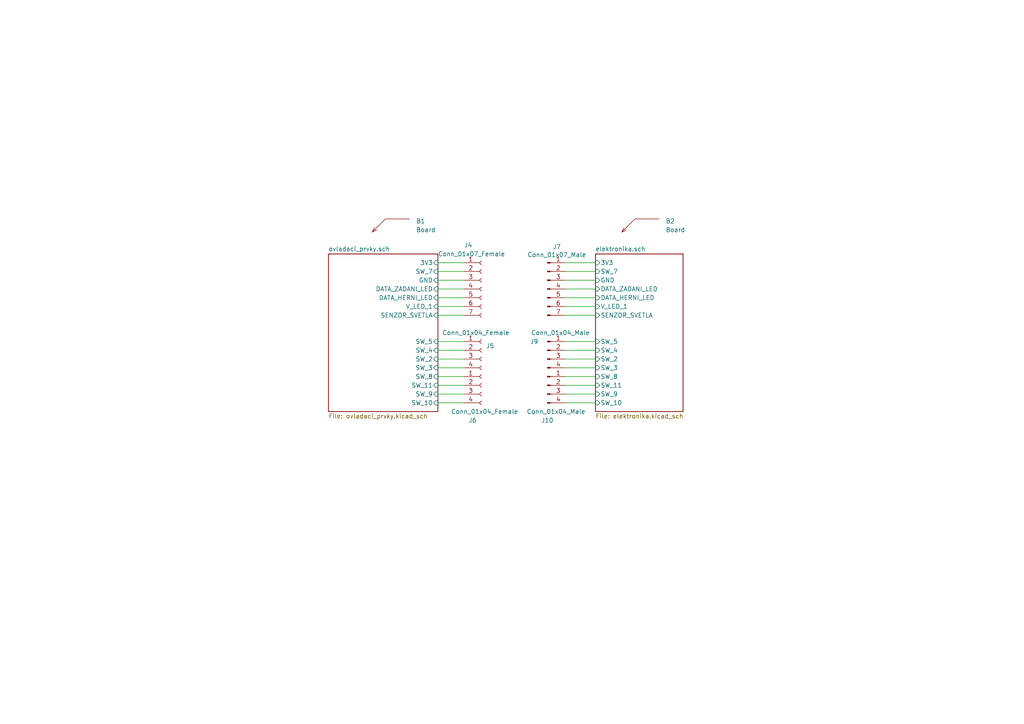
<source format=kicad_sch>
(kicad_sch (version 20211123) (generator eeschema)
  (paper "A4")
  (lib_symbols
    (symbol "Connector:Conn_01x04_Female" (pin_names (offset 1.016) hide)
      (property "Reference" "J" (at 0 5.08 0))
      (property "Value" "Conn_01x04_Female" (at 0 -7.62 0))
      (symbol "Conn_01x04_Female_1_1"
        (arc (start 0 -4.572) (mid -0.508 -5.08) (end 0 -5.588) (stroke (width 0.1524)))
        (arc (start 0 -2.032) (mid -0.508 -2.54) (end 0 -3.048) (stroke (width 0.1524)))
        (polyline (pts (xy -1.27 -5.08) (xy -0.508 -5.08)) (stroke (width 0.1524)))
        (polyline (pts (xy -1.27 -2.54) (xy -0.508 -2.54)) (stroke (width 0.1524)))
        (polyline (pts (xy -1.27 0) (xy -0.508 0)) (stroke (width 0.1524)))
        (polyline (pts (xy -1.27 2.54) (xy -0.508 2.54)) (stroke (width 0.1524)))
        (arc (start 0 0.508) (mid -0.508 0) (end 0 -0.508) (stroke (width 0.1524)))
        (arc (start 0 3.048) (mid -0.508 2.54) (end 0 2.032) (stroke (width 0.1524)))
        (pin passive line (at -5.08 2.54 0) (length 3.81) (name "Pin_1") (number "1"))
        (pin passive line (at -5.08 0 0) (length 3.81) (name "Pin_2") (number "2"))
        (pin passive line (at -5.08 -2.54 0) (length 3.81) (name "Pin_3") (number "3"))
        (pin passive line (at -5.08 -5.08 0) (length 3.81) (name "Pin_4") (number "4"))
      )
    )
    (symbol "Connector:Conn_01x04_Male" (pin_names (offset 1.016) hide)
      (property "Reference" "J" (at 0 5.08 0))
      (property "Value" "Conn_01x04_Male" (at 0 -7.62 0))
      (symbol "Conn_01x04_Male_1_1"
        (polyline (pts (xy 1.27 -5.08) (xy 0.8636 -5.08)) (stroke (width 0.1524)))
        (polyline (pts (xy 1.27 -2.54) (xy 0.8636 -2.54)) (stroke (width 0.1524)))
        (polyline (pts (xy 1.27 0) (xy 0.8636 0)) (stroke (width 0.1524)))
        (polyline (pts (xy 1.27 2.54) (xy 0.8636 2.54)) (stroke (width 0.1524)))
        (rectangle (start 0.8636 -4.953) (end 0 -5.207) (stroke (width 0.1524)) (fill (type outline)))
        (rectangle (start 0.8636 -2.413) (end 0 -2.667) (stroke (width 0.1524)) (fill (type outline)))
        (rectangle (start 0.8636 0.127) (end 0 -0.127) (stroke (width 0.1524)) (fill (type outline)))
        (rectangle (start 0.8636 2.667) (end 0 2.413) (stroke (width 0.1524)) (fill (type outline)))
        (pin passive line (at 5.08 2.54 180) (length 3.81) (name "Pin_1") (number "1"))
        (pin passive line (at 5.08 0 180) (length 3.81) (name "Pin_2") (number "2"))
        (pin passive line (at 5.08 -2.54 180) (length 3.81) (name "Pin_3") (number "3"))
        (pin passive line (at 5.08 -5.08 180) (length 3.81) (name "Pin_4") (number "4"))
      )
    )
    (symbol "Connector:Conn_01x07_Female" (pin_names (offset 1.016) hide)
      (property "Reference" "J" (at 0 10.16 0))
      (property "Value" "Conn_01x07_Female" (at 0 -10.16 0))
      (symbol "Conn_01x07_Female_1_1"
        (arc (start 0 -7.112) (mid -0.508 -7.62) (end 0 -8.128) (stroke (width 0.1524)))
        (arc (start 0 -4.572) (mid -0.508 -5.08) (end 0 -5.588) (stroke (width 0.1524)))
        (arc (start 0 -2.032) (mid -0.508 -2.54) (end 0 -3.048) (stroke (width 0.1524)))
        (polyline (pts (xy -1.27 -7.62) (xy -0.508 -7.62)) (stroke (width 0.1524)))
        (polyline (pts (xy -1.27 -5.08) (xy -0.508 -5.08)) (stroke (width 0.1524)))
        (polyline (pts (xy -1.27 -2.54) (xy -0.508 -2.54)) (stroke (width 0.1524)))
        (polyline (pts (xy -1.27 0) (xy -0.508 0)) (stroke (width 0.1524)))
        (polyline (pts (xy -1.27 2.54) (xy -0.508 2.54)) (stroke (width 0.1524)))
        (polyline (pts (xy -1.27 5.08) (xy -0.508 5.08)) (stroke (width 0.1524)))
        (polyline (pts (xy -1.27 7.62) (xy -0.508 7.62)) (stroke (width 0.1524)))
        (arc (start 0 0.508) (mid -0.508 0) (end 0 -0.508) (stroke (width 0.1524)))
        (arc (start 0 3.048) (mid -0.508 2.54) (end 0 2.032) (stroke (width 0.1524)))
        (arc (start 0 5.588) (mid -0.508 5.08) (end 0 4.572) (stroke (width 0.1524)))
        (arc (start 0 8.128) (mid -0.508 7.62) (end 0 7.112) (stroke (width 0.1524)))
        (pin passive line (at -5.08 7.62 0) (length 3.81) (name "Pin_1") (number "1"))
        (pin passive line (at -5.08 5.08 0) (length 3.81) (name "Pin_2") (number "2"))
        (pin passive line (at -5.08 2.54 0) (length 3.81) (name "Pin_3") (number "3"))
        (pin passive line (at -5.08 0 0) (length 3.81) (name "Pin_4") (number "4"))
        (pin passive line (at -5.08 -2.54 0) (length 3.81) (name "Pin_5") (number "5"))
        (pin passive line (at -5.08 -5.08 0) (length 3.81) (name "Pin_6") (number "6"))
        (pin passive line (at -5.08 -7.62 0) (length 3.81) (name "Pin_7") (number "7"))
      )
    )
    (symbol "Connector:Conn_01x07_Male" (pin_names (offset 1.016) hide)
      (property "Reference" "J" (at 0 10.16 0))
      (property "Value" "Conn_01x07_Male" (at 0 -10.16 0))
      (symbol "Conn_01x07_Male_1_1"
        (polyline (pts (xy 1.27 -7.62) (xy 0.8636 -7.62)) (stroke (width 0.1524)))
        (polyline (pts (xy 1.27 -5.08) (xy 0.8636 -5.08)) (stroke (width 0.1524)))
        (polyline (pts (xy 1.27 -2.54) (xy 0.8636 -2.54)) (stroke (width 0.1524)))
        (polyline (pts (xy 1.27 0) (xy 0.8636 0)) (stroke (width 0.1524)))
        (polyline (pts (xy 1.27 2.54) (xy 0.8636 2.54)) (stroke (width 0.1524)))
        (polyline (pts (xy 1.27 5.08) (xy 0.8636 5.08)) (stroke (width 0.1524)))
        (polyline (pts (xy 1.27 7.62) (xy 0.8636 7.62)) (stroke (width 0.1524)))
        (rectangle (start 0.8636 -7.493) (end 0 -7.747) (stroke (width 0.1524)) (fill (type outline)))
        (rectangle (start 0.8636 -4.953) (end 0 -5.207) (stroke (width 0.1524)) (fill (type outline)))
        (rectangle (start 0.8636 -2.413) (end 0 -2.667) (stroke (width 0.1524)) (fill (type outline)))
        (rectangle (start 0.8636 0.127) (end 0 -0.127) (stroke (width 0.1524)) (fill (type outline)))
        (rectangle (start 0.8636 2.667) (end 0 2.413) (stroke (width 0.1524)) (fill (type outline)))
        (rectangle (start 0.8636 5.207) (end 0 4.953) (stroke (width 0.1524)) (fill (type outline)))
        (rectangle (start 0.8636 7.747) (end 0 7.493) (stroke (width 0.1524)) (fill (type outline)))
        (pin passive line (at 5.08 7.62 180) (length 3.81) (name "Pin_1") (number "1"))
        (pin passive line (at 5.08 5.08 180) (length 3.81) (name "Pin_2") (number "2"))
        (pin passive line (at 5.08 2.54 180) (length 3.81) (name "Pin_3") (number "3"))
        (pin passive line (at 5.08 0 180) (length 3.81) (name "Pin_4") (number "4"))
        (pin passive line (at 5.08 -2.54 180) (length 3.81) (name "Pin_5") (number "5"))
        (pin passive line (at 5.08 -5.08 180) (length 3.81) (name "Pin_6") (number "6"))
        (pin passive line (at 5.08 -7.62 180) (length 3.81) (name "Pin_7") (number "7"))
      )
    )
    (symbol "kikit:Board" (in_bom no)
      (property "Reference" "B" (at 5.08 5.08 0))
      (property "Value" "Board" (at 5.08 2.54 0))
      (symbol "Board_0_1"
        (polyline (pts (xy 0 0) (xy 3.81 3.81) (xy 10.795 3.81)) (stroke (width 0.1524)))
        (polyline (pts (xy 0.635 1.27) (xy 0 0) (xy 1.27 0.635)) (stroke (width 0.1524)))
      )
    )
  )
  (wire (pts (xy 127 83.82) (xy 134.62 83.82)))
  (wire (pts (xy 134.62 106.68) (xy 127 106.68)))
  (wire (pts (xy 163.83 109.22) (xy 172.72 109.22)))
  (wire (pts (xy 172.72 91.44) (xy 163.83 91.44)))
  (wire (pts (xy 172.72 116.84) (xy 163.83 116.84)))
  (wire (pts (xy 163.83 104.14) (xy 172.72 104.14)))
  (wire (pts (xy 163.83 78.74) (xy 172.72 78.74)))
  (wire (pts (xy 134.62 91.44) (xy 127 91.44)))
  (wire (pts (xy 127 109.22) (xy 134.62 109.22)))
  (wire (pts (xy 127 88.9) (xy 134.62 88.9)))
  (wire (pts (xy 163.83 99.06) (xy 172.72 99.06)))
  (wire (pts (xy 172.72 106.68) (xy 163.83 106.68)))
  (wire (pts (xy 172.72 83.82) (xy 163.83 83.82)))
  (wire (pts (xy 127 114.3) (xy 134.62 114.3)))
  (wire (pts (xy 163.83 81.28) (xy 172.72 81.28)))
  (wire (pts (xy 134.62 111.76) (xy 127 111.76)))
  (wire (pts (xy 134.62 81.28) (xy 127 81.28)))
  (wire (pts (xy 127 76.2) (xy 134.62 76.2)))
  (wire (pts (xy 172.72 88.9) (xy 163.83 88.9)))
  (wire (pts (xy 163.83 114.3) (xy 172.72 114.3)))
  (wire (pts (xy 134.62 116.84) (xy 127 116.84)))
  (wire (pts (xy 172.72 101.6) (xy 163.83 101.6)))
  (wire (pts (xy 127 78.74) (xy 134.62 78.74)))
  (wire (pts (xy 163.83 76.2) (xy 172.72 76.2)))
  (wire (pts (xy 134.62 86.36) (xy 127 86.36)))
  (wire (pts (xy 134.62 101.6) (xy 127 101.6)))
  (wire (pts (xy 163.83 86.36) (xy 172.72 86.36)))
  (wire (pts (xy 127 104.14) (xy 134.62 104.14)))
  (wire (pts (xy 134.62 99.06) (xy 127 99.06)))
  (wire (pts (xy 172.72 111.76) (xy 163.83 111.76)))
  (symbol (lib_id "Connector:Conn_01x04_Male") (at 158.75 111.76 0) (unit 1)
    (property "Reference" "J10" (at 158.75 121.92 0))
    (property "Value" "Conn_01x04_Male" (at 161.29 119.38 0))
    (property "Footprint" "Connector_PinHeader_2.54mm:PinHeader_1x04_P2.54mm_Vertical" (effects hide))
    (property "JLCPCB_CORRECTION" "0;0;0" (effects hide))
    (property "LCSC" "ručně" (effects hide))
  )
  (symbol (lib_id "Connector:Conn_01x04_Male") (at 158.75 101.6 0) (unit 1)
    (property "Reference" "J9" (at 154.94 99.06 0))
    (property "Value" "Conn_01x04_Male" (at 162.56 96.52 0))
    (property "Footprint" "Connector_PinHeader_2.54mm:PinHeader_1x04_P2.54mm_Vertical" (effects hide))
    (property "JLCPCB_CORRECTION" "0;0;0" (effects hide))
    (property "LCSC" "ručně" (effects hide))
  )
  (symbol (lib_id "Connector:Conn_01x04_Female") (at 139.7 101.6 0) (unit 1)
    (property "Reference" "J5" (at 140.97 100.33 0) (effects (justify left)))
    (property "Value" "Conn_01x04_Female" (at 128.27 96.52 0) (effects (justify left)))
    (property "Footprint" "Connector_PinHeader_2.54mm:PinHeader_1x04_P2.54mm_Vertical" (effects hide))
    (property "JLCPCB_CORRECTION" "0;0;0" (effects hide))
    (property "LCSC" "ručně" (effects hide))
  )
  (symbol (lib_id "Connector:Conn_01x04_Female") (at 139.7 111.76 0) (unit 1)
    (property "Reference" "J6" (at 135.89 121.92 0) (effects (justify left)))
    (property "Value" "Conn_01x04_Female" (at 130.81 119.38 0) (effects (justify left)))
    (property "Footprint" "Connector_PinHeader_2.54mm:PinHeader_1x04_P2.54mm_Vertical" (effects hide))
    (property "JLCPCB_CORRECTION" "0;0;0" (effects hide))
    (property "LCSC" "ručně" (effects hide))
  )
  (symbol (lib_id "Connector:Conn_01x07_Female") (at 139.7 83.82 0) (unit 1)
    (property "Reference" "J4" (at 134.62 71.12 0) (effects (justify left)))
    (property "Value" "Conn_01x07_Female" (at 127 73.66 0) (effects (justify left)))
    (property "Footprint" "Connector_PinHeader_2.54mm:PinHeader_1x07_P2.54mm_Vertical" (effects hide))
    (property "JLCPCB_CORRECTION" "0;0;0" (effects hide))
    (property "LCSC" "ručně" (effects hide))
  )
  (symbol (lib_id "Connector:Conn_01x07_Male") (at 158.75 83.82 0) (unit 1)
    (property "Reference" "J7" (at 161.4932 71.6026 0))
    (property "Value" "Conn_01x07_Male" (at 161.4932 73.914 0))
    (property "Footprint" "Connector_PinHeader_2.54mm:PinHeader_1x07_P2.54mm_Vertical" (effects hide))
    (property "JLCPCB_CORRECTION" "0;0;0" (effects hide))
    (property "LCSC" "ručně" (effects hide))
  )
  (symbol (lib_id "kikit:Board") (at 180.34 67.31 0) (unit 1) (in_bom no)
    (property "Reference" "B2" (at 193.04 64.1349 0) (effects (justify left)))
    (property "Value" "Board" (at 193.04 66.6749 0) (effects (justify left)))
    (property "Footprint" "kikit:Board" (effects hide))
  )
  (symbol (lib_id "kikit:Board") (at 107.95 67.31 0) (unit 1) (in_bom no)
    (property "Reference" "B1" (at 120.65 64.1349 0) (effects (justify left)))
    (property "Value" "Board" (at 120.65 66.6749 0) (effects (justify left)))
    (property "Footprint" "kikit:Board" (effects hide))
  )
  (sheet (at 95.25 73.66) (size 31.75 45.72)
    (property "Sheet name" "ovladaci_prvky.sch" (at 95.25 72.9484 0) (effects (justify left bottom)))
    (property "Sheet file" "ovladaci_prvky.kicad_sch" (at 95.25 119.9646 0) (effects (justify left top)))
    (pin "GND" input (at 127 81.28 0))
    (pin "3V3" input (at 127 76.2 0))
    (pin "SENZOR_SVETLA" input (at 127 91.44 0))
    (pin "DATA_HERNI_LED" input (at 127 86.36 0))
    (pin "DATA_ZADANI_LED" input (at 127 83.82 0))
    (pin "V_LED_1" input (at 127 88.9 0))
    (pin "SW_2" input (at 127 104.14 0))
    (pin "SW_3" input (at 127 106.68 0))
    (pin "SW_4" input (at 127 101.6 0))
    (pin "SW_5" input (at 127 99.06 0))
    (pin "SW_7" input (at 127 78.74 0))
    (pin "SW_8" input (at 127 109.22 0))
    (pin "SW_9" input (at 127 114.3 0))
    (pin "SW_10" input (at 127 116.84 0))
    (pin "SW_11" input (at 127 111.76 0))
  )
  (sheet (at 172.72 73.66) (size 25.4 45.72)
    (property "Sheet name" "elektronika.sch" (at 172.72 72.9484 0) (effects (justify left bottom)))
    (property "Sheet file" "elektronika.kicad_sch" (at 172.72 119.9646 0) (effects (justify left top)))
    (pin "3V3" input (at 172.72 76.2 180))
    (pin "GND" input (at 172.72 81.28 180))
    (pin "DATA_ZADANI_LED" input (at 172.72 83.82 180))
    (pin "DATA_HERNI_LED" input (at 172.72 86.36 180))
    (pin "SENZOR_SVETLA" input (at 172.72 91.44 180))
    (pin "V_LED_1" input (at 172.72 88.9 180))
    (pin "SW_3" input (at 172.72 106.68 180))
    (pin "SW_5" input (at 172.72 99.06 180))
    (pin "SW_2" input (at 172.72 104.14 180))
    (pin "SW_9" input (at 172.72 114.3 180))
    (pin "SW_10" input (at 172.72 116.84 180))
    (pin "SW_8" input (at 172.72 109.22 180))
    (pin "SW_11" input (at 172.72 111.76 180))
    (pin "SW_4" input (at 172.72 101.6 180))
    (pin "SW_7" input (at 172.72 78.74 180))
  )
)
</source>
